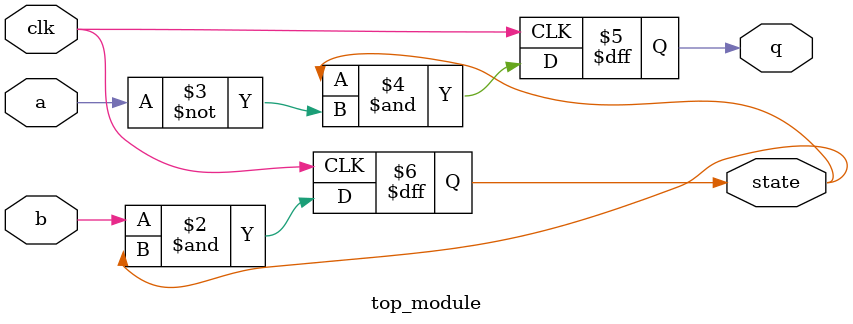
<source format=sv>
module top_module (
    input clk,
    input a,
    input b,
    output reg q,
    output reg state
);

always @(posedge clk)
begin
    state <= b & state;
    q <= state & ~a;
end

endmodule

</source>
